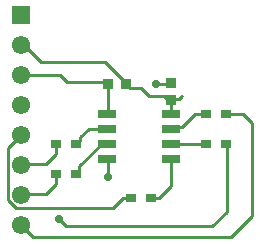
<source format=gbr>
%TF.GenerationSoftware,Altium Limited,Altium Designer,24.4.1 (13)*%
G04 Layer_Physical_Order=1*
G04 Layer_Color=255*
%FSLAX45Y45*%
%MOMM*%
%TF.SameCoordinates,912A9E6C-26A1-424A-A32F-7B2CA38D8761*%
%TF.FilePolarity,Positive*%
%TF.FileFunction,Copper,L1,Top,Signal*%
%TF.Part,Single*%
G01*
G75*
%TA.AperFunction,SMDPad,CuDef*%
%ADD10R,1.52500X0.65000*%
%ADD11R,0.90000X0.80000*%
%ADD12R,0.85872X0.91213*%
%ADD13R,0.91213X0.95872*%
%TA.AperFunction,Conductor*%
%ADD14C,0.25400*%
%TA.AperFunction,ComponentPad*%
%ADD15C,1.55000*%
%ADD16R,1.55000X1.55000*%
%TA.AperFunction,ViaPad*%
%ADD17C,0.71120*%
D10*
X15367000Y4572000D02*
D03*
Y4445000D02*
D03*
Y4318000D02*
D03*
Y4191000D02*
D03*
X14824600D02*
D03*
Y4318000D02*
D03*
Y4445000D02*
D03*
Y4572000D02*
D03*
D11*
X15833000D02*
D03*
X15663000D02*
D03*
X15833000Y4318000D02*
D03*
X15663000D02*
D03*
X15028000Y3860800D02*
D03*
X15198000D02*
D03*
X14563000Y4064000D02*
D03*
X14392999D02*
D03*
X14563000Y4318000D02*
D03*
X14392999D02*
D03*
D12*
X14986000Y4826000D02*
D03*
X14830659D02*
D03*
D13*
X15367000Y4835171D02*
D03*
Y4689829D02*
D03*
D14*
X15239999Y4826000D02*
Y4838372D01*
X15714381Y3619500D02*
X15836900Y3742018D01*
X15303268Y4724400D02*
X15367000Y4660669D01*
Y4689829D02*
X15376170Y4699000D01*
X15430499D01*
X15454671Y4723171D01*
X15357829Y4826000D02*
X15367000Y4835171D01*
X15239999Y4826000D02*
X15357829D01*
X14414500Y3683000D02*
X14478000Y3619500D01*
X15714381D01*
X14049117Y3770600D02*
X14870399D01*
X13981400Y3838317D02*
X14049117Y3770600D01*
X14870399D02*
X14959779Y3859979D01*
X13981400Y3838317D02*
Y4278600D01*
X14959779Y3859979D02*
X15027179D01*
X15836900Y3742018D02*
Y4314100D01*
X14595300Y4345300D02*
Y4371800D01*
X14668500Y4445000D01*
X14824600D01*
X14563000Y4318000D02*
X14567999D01*
X14595300Y4345300D01*
X14099400Y4142600D02*
X14302600D01*
X14392999Y4233000D02*
Y4318000D01*
X14302600Y4142600D02*
X14392999Y4233000D01*
X14097000Y4140200D02*
X14099400Y4142600D01*
Y3888600D02*
X14302600D01*
X14392999Y3979000D02*
Y4064000D01*
X14302600Y3888600D02*
X14392999Y3979000D01*
X14097000Y3886200D02*
X14099400Y3888600D01*
X14588966Y4089966D02*
Y4126116D01*
X14563000Y4064000D02*
X14588966Y4089966D01*
Y4126116D02*
X14780850Y4318000D01*
X14824600D01*
X14068420Y4648200D02*
X14097000D01*
X13981400Y4278600D02*
X14097000Y4394200D01*
Y3632200D02*
X14198599Y3530600D01*
X15875000Y3530600D01*
X16052800Y3708400D01*
X14097000Y4902200D02*
X14427200D01*
X14485101Y4844298D01*
X14122400Y5156200D02*
X14267400Y5011200D01*
X15833000Y4318000D02*
X15836900Y4314100D01*
X16052800Y3708400D02*
Y4495800D01*
X15976601Y4572000D02*
X16052800Y4495800D01*
X15833000Y4572000D02*
X15976601D01*
X15198820Y3861621D02*
X15266222D01*
X15367000Y3962400D02*
Y4191000D01*
X15198000Y3860800D02*
X15198820Y3861621D01*
X15266222D02*
X15367000Y3962400D01*
X15027179Y3859979D02*
X15028000Y3860800D01*
X14833600Y4038600D02*
Y4182000D01*
X14824600Y4191000D02*
X14833600Y4182000D01*
X15570200Y4572000D02*
X15663000D01*
X15367000Y4445000D02*
X15384816Y4462816D01*
X15461015D02*
X15570200Y4572000D01*
X15384816Y4462816D02*
X15461015D01*
X15367000Y4318000D02*
X15663000D01*
X14267400Y5011200D02*
X14803471D01*
X14986000Y4828671D01*
X15107141Y4793093D02*
X15175835Y4724400D01*
X15303268D01*
X15367000Y4572000D02*
Y4660669D01*
X14986000Y4823329D02*
X15016235Y4793093D01*
X14986000Y4823329D02*
Y4826000D01*
X15016235Y4793093D02*
X15107141D01*
X14986000Y4826000D02*
Y4828671D01*
X14485101Y4844298D02*
X14812361D01*
X14830659Y4826000D01*
X14824600Y4572000D02*
X14830659Y4578059D01*
Y4826000D01*
D15*
X14097000Y4394200D02*
D03*
Y4648200D02*
D03*
Y4902200D02*
D03*
Y5156200D02*
D03*
Y4140200D02*
D03*
Y3886200D02*
D03*
Y3632200D02*
D03*
D16*
Y5410200D02*
D03*
D17*
X15239999Y4826000D02*
D03*
X14414500Y3683000D02*
D03*
X14833600Y4038600D02*
D03*
%TF.MD5,228849e2c8e6cb61185f2b3e1516bc6a*%
M02*

</source>
